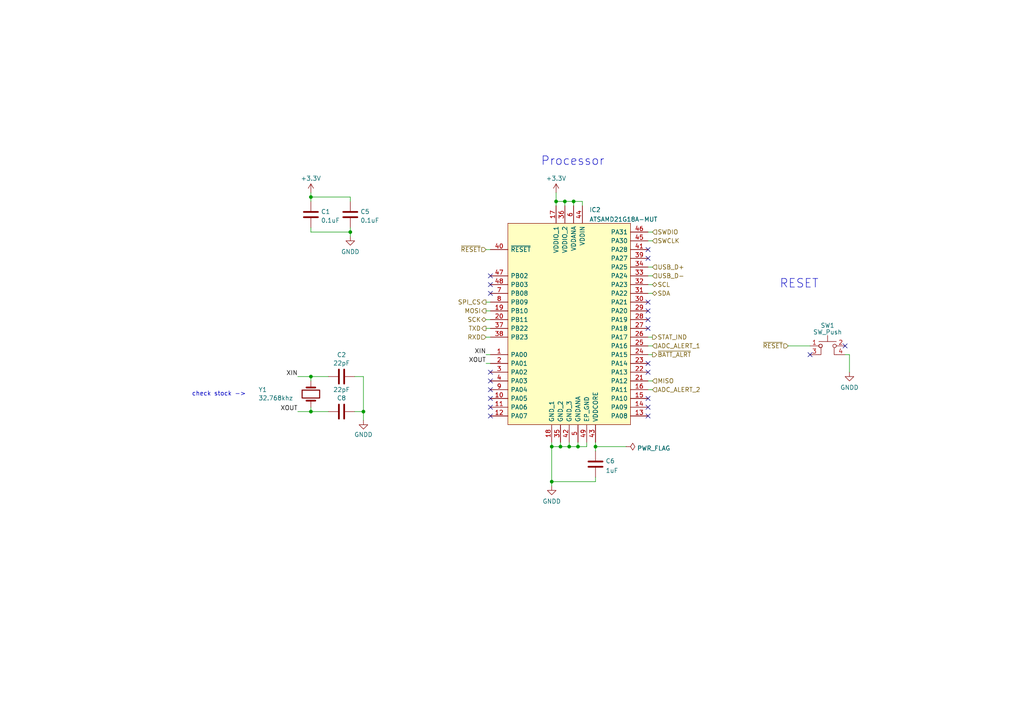
<source format=kicad_sch>
(kicad_sch (version 20231120) (generator "eeschema") (generator_version "8.0")
  (paper "A4")
  (lib_symbols
    (symbol "0.power-symbols:+3.3V" (power) (pin_names (offset 0))
      (property "Value" "+3.3V" (at 0 3.556 0))
      (symbol "+3.3V_0_1"
        (polyline (pts (xy -0.762 1.27) (xy 0 2.54)))
        (polyline (pts (xy 0 0) (xy 0 2.54)))
        (polyline (pts (xy 0 2.54) (xy 0.762 1.27)))
      )
      (symbol "+3.3V_1_1"
        (pin power_in line (at 0 0 90) (length 0) hide (name "+3V3") (number "1"))
      )
    )
    (symbol "0.power-symbols:GNDD" (power) (pin_names (offset 0))
      (property "Value" "GNDD" (at 0 -3.81 0))
      (symbol "GNDD_0_1"
        (polyline (pts (xy 0 0) (xy 0 -1.27) (xy 1.27 -1.27) (xy 0 -2.54) (xy -1.27 -1.27) (xy 0 -1.27)))
      )
      (symbol "GNDD_1_1"
        (pin power_in line (at 0 0 270) (length 0) hide (name "GNDD") (number "1"))
      )
    )
    (symbol "0.power-symbols:PWR_FLAG" (power) (pin_numbers hide) (pin_names (offset 0) hide)
      (property "Value" "PWR_FLAG" (at 0 3.81 0))
      (symbol "PWR_FLAG_0_0"
        (pin power_out line (at 0 0 90) (length 0) (name "pwr") (number "1"))
      )
      (symbol "PWR_FLAG_0_1"
        (polyline (pts (xy 0 0) (xy 0 1.27) (xy -1.016 1.905) (xy 0 2.54) (xy 1.016 1.905) (xy 0 1.27)))
      )
    )
    (symbol "1.semi.embedded_samdx:ATSAMD21G18A-MUT" (pin_names (offset 0.762))
      (property "Reference" "IC2" (at 5.8294 34.3957 0))
      (property "Value" "ATSAMD21G18A-MUT" (at 5.8294 31.6206 0))
      (symbol "ATSAMD21G18A-MUT_0_0"
        (pin passive line (at -22.86 -7.62 0) (length 5.08) (name "PA00") (number "1"))
        (pin passive line (at -22.86 -20.32 0) (length 5.08) (name "PA05") (number "10"))
        (pin passive line (at -22.86 -22.86 0) (length 5.08) (name "PA06") (number "11"))
        (pin passive line (at -22.86 -25.4 0) (length 5.08) (name "PA07") (number "12"))
        (pin passive line (at 22.86 -25.4 180) (length 5.08) (name "PA08") (number "13"))
        (pin passive line (at 22.86 -22.86 180) (length 5.08) (name "PA09") (number "14"))
        (pin passive line (at 22.86 -20.32 180) (length 5.08) (name "PA10") (number "15"))
        (pin passive line (at 22.86 -17.78 180) (length 5.08) (name "PA11") (number "16"))
        (pin power_in line (at -3.81 35.56 270) (length 5.08) (name "VDDIO_1") (number "17"))
        (pin power_in line (at -5.08 -33.02 90) (length 5.08) (name "GND_1") (number "18"))
        (pin passive line (at -22.86 5.08 0) (length 5.08) (name "PB10") (number "19"))
        (pin passive line (at -22.86 -10.16 0) (length 5.08) (name "PA01") (number "2"))
        (pin passive line (at -22.86 2.54 0) (length 5.08) (name "PB11") (number "20"))
        (pin passive line (at 22.86 -15.24 180) (length 5.08) (name "PA12") (number "21"))
        (pin passive line (at 22.86 -12.7 180) (length 5.08) (name "PA13") (number "22"))
        (pin passive line (at 22.86 -10.16 180) (length 5.08) (name "PA14") (number "23"))
        (pin passive line (at 22.86 -7.62 180) (length 5.08) (name "PA15") (number "24"))
        (pin passive line (at 22.86 -5.08 180) (length 5.08) (name "PA16") (number "25"))
        (pin passive line (at 22.86 -2.54 180) (length 5.08) (name "PA17") (number "26"))
        (pin passive line (at 22.86 0 180) (length 5.08) (name "PA18") (number "27"))
        (pin passive line (at 22.86 2.54 180) (length 5.08) (name "PA19") (number "28"))
        (pin passive line (at 22.86 5.08 180) (length 5.08) (name "PA20") (number "29"))
        (pin passive line (at -22.86 -12.7 0) (length 5.08) (name "PA02") (number "3"))
        (pin passive line (at 22.86 7.62 180) (length 5.08) (name "PA21") (number "30"))
        (pin passive line (at 22.86 10.16 180) (length 5.08) (name "PA22") (number "31"))
        (pin passive line (at 22.86 12.7 180) (length 5.08) (name "PA23") (number "32"))
        (pin passive line (at 22.86 15.24 180) (length 5.08) (name "PA24") (number "33"))
        (pin passive line (at 22.86 17.78 180) (length 5.08) (name "PA25") (number "34"))
        (pin power_in line (at -2.54 -33.02 90) (length 5.08) (name "GND_2") (number "35"))
        (pin power_in line (at -1.27 35.56 270) (length 5.08) (name "VDDIO_2") (number "36"))
        (pin passive line (at -22.86 0 0) (length 5.08) (name "PB22") (number "37"))
        (pin passive line (at -22.86 -2.54 0) (length 5.08) (name "PB23") (number "38"))
        (pin passive line (at 22.86 20.32 180) (length 5.08) (name "PA27") (number "39"))
        (pin passive line (at -22.86 -15.24 0) (length 5.08) (name "PA03") (number "4"))
        (pin passive line (at -22.86 22.86 0) (length 5.08) (name "~{RESET}") (number "40"))
        (pin passive line (at 22.86 22.86 180) (length 5.08) (name "PA28") (number "41"))
        (pin power_in line (at 0 -33.02 90) (length 5.08) (name "GND_3") (number "42"))
        (pin power_in line (at 7.62 -33.02 90) (length 5.08) (name "VDDCORE") (number "43"))
        (pin power_in line (at 3.81 35.56 270) (length 5.08) (name "VDDIN") (number "44"))
        (pin passive line (at 22.86 25.4 180) (length 5.08) (name "PA30") (number "45"))
        (pin passive line (at 22.86 27.94 180) (length 5.08) (name "PA31") (number "46"))
        (pin passive line (at -22.86 15.24 0) (length 5.08) (name "PB02") (number "47"))
        (pin passive line (at -22.86 12.7 0) (length 5.08) (name "PB03") (number "48"))
        (pin power_in line (at 5.08 -33.02 90) (length 5.08) (name "EP_GND") (number "49"))
        (pin power_in line (at 2.54 -33.02 90) (length 5.08) (name "GNDANA") (number "5"))
        (pin power_in line (at 1.27 35.56 270) (length 5.08) (name "VDDANA") (number "6"))
        (pin passive line (at -22.86 10.16 0) (length 5.08) (name "PB08") (number "7"))
        (pin passive line (at -22.86 7.62 0) (length 5.08) (name "PB09") (number "8"))
        (pin passive line (at -22.86 -17.78 0) (length 5.08) (name "PA04") (number "9"))
      )
      (symbol "ATSAMD21G18A-MUT_0_1"
        (polyline (pts (xy -17.78 30.48) (xy 17.78 30.48) (xy 17.78 -27.94) (xy -17.78 -27.94) (xy -17.78 30.48)) (stroke (width 0.1524)) (fill (type background)))
      )
    )
    (symbol "2.passive:C" (pin_numbers hide) (pin_names (offset 0.254))
      (property "Reference" "C" (at 0.635 2.54 0))
      (property "Value" "C" (at 0.635 -2.54 0))
      (symbol "C_0_1"
        (polyline (pts (xy -2.032 -0.762) (xy 2.032 -0.762)) (stroke (width 0.508)))
        (polyline (pts (xy -2.032 0.762) (xy 2.032 0.762)) (stroke (width 0.508)))
      )
      (symbol "C_1_1"
        (pin passive line (at 0 3.81 270) (length 2.794) (name "~") (number "1"))
        (pin passive line (at 0 -3.81 90) (length 2.794) (name "~") (number "2"))
      )
    )
    (symbol "2.passive:Crystal" (pin_numbers hide) (pin_names (offset 1.016) hide)
      (property "Reference" "Y" (at 0 3.81 0))
      (property "Value" "Crystal" (at 0 -3.81 0))
      (symbol "Crystal_0_1"
        (rectangle (start -1.143 2.54) (end 1.143 -2.54) (stroke (width 0.3048)))
        (polyline (pts (xy -2.54 0) (xy -1.905 0)))
        (polyline (pts (xy -1.905 -1.27) (xy -1.905 1.27)) (stroke (width 0.508)))
        (polyline (pts (xy 1.905 -1.27) (xy 1.905 1.27)) (stroke (width 0.508)))
        (polyline (pts (xy 2.54 0) (xy 1.905 0)))
      )
      (symbol "Crystal_1_1"
        (pin passive line (at -3.81 0 0) (length 1.27) (name "1") (number "1"))
        (pin passive line (at 3.81 0 180) (length 1.27) (name "2") (number "2"))
      )
    )
    (symbol "3.electromechanical.switch:SW_Push" (pin_names (offset 1.016) hide)
      (property "Reference" "SW" (at 1.27 2.54 0))
      (property "Value" "SW_Push" (at 0 -3.81 0))
      (symbol "SW_Push_0_1"
        (circle (center -2.032 0) (radius 0.508))
        (circle (center -2.032 0) (radius 0.508))
        (polyline (pts (xy 0 1.27) (xy 0 3.048)))
        (polyline (pts (xy 2.54 1.27) (xy -2.54 1.27)))
        (polyline (pts (xy -2.54 -2.54) (xy -1.905 -2.54) (xy -1.905 -0.635)))
        (polyline (pts (xy 2.54 -2.54) (xy 1.905 -2.54) (xy 1.905 -0.635)))
        (circle (center 2.032 0) (radius 0.508))
        (pin input line (at -5.08 0 0) (length 2.54) (name "1") (number "1"))
        (pin input line (at 5.08 0 180) (length 2.54) (name "2") (number "2"))
      )
      (symbol "SW_Push_1_1"
        (pin passive line (at -5.08 -2.54 0) (length 2.54) (name "3") (number "3"))
        (pin passive line (at 5.08 -2.54 180) (length 2.54) (name "4") (number "4"))
      )
    )
  )
  (junction (at 90.17 57.15))
  (junction (at 166.37 58.42))
  (junction (at 161.29 58.42))
  (junction (at 105.41 119.38))
  (junction (at 90.17 109.22))
  (junction (at 160.02 129.54))
  (junction (at 160.02 139.7))
  (junction (at 90.17 119.38))
  (junction (at 162.56 129.54))
  (junction (at 172.72 129.54))
  (junction (at 163.83 58.42))
  (junction (at 101.6 67.31))
  (junction (at 167.64 129.54))
  (junction (at 165.1 129.54))
  (no_connect (at 187.96 115.57))
  (no_connect (at 187.96 92.71))
  (no_connect (at 142.24 85.09))
  (no_connect (at 187.96 87.63))
  (no_connect (at 142.24 107.95))
  (no_connect (at 187.96 74.93))
  (no_connect (at 142.24 110.49))
  (no_connect (at 142.24 113.03))
  (no_connect (at 142.24 120.65))
  (no_connect (at 142.24 118.11))
  (no_connect (at 187.96 120.65))
  (no_connect (at 187.96 90.17))
  (no_connect (at 142.24 82.55))
  (no_connect (at 187.96 95.25))
  (no_connect (at 142.24 80.01))
  (no_connect (at 187.96 105.41))
  (no_connect (at 234.95 102.87))
  (no_connect (at 187.96 118.11))
  (no_connect (at 245.11 100.33))
  (no_connect (at 187.96 72.39))
  (no_connect (at 187.96 107.95))
  (no_connect (at 142.24 115.57))
  (wire (pts (xy 165.1 129.54) (xy 167.64 129.54)))
  (wire (pts (xy 170.18 128.27) (xy 170.18 129.54)))
  (wire (pts (xy 140.97 87.63) (xy 142.24 87.63)))
  (wire (pts (xy 187.96 69.85) (xy 189.23 69.85)))
  (wire (pts (xy 105.41 109.22) (xy 102.87 109.22)))
  (wire (pts (xy 160.02 129.54) (xy 160.02 139.7)))
  (wire (pts (xy 90.17 109.22) (xy 90.17 110.49)))
  (wire (pts (xy 187.96 110.49) (xy 189.23 110.49)))
  (wire (pts (xy 140.97 95.25) (xy 142.24 95.25)))
  (wire (pts (xy 172.72 129.54) (xy 181.61 129.54)))
  (wire (pts (xy 90.17 57.15) (xy 101.6 57.15)))
  (wire (pts (xy 86.36 119.38) (xy 90.17 119.38)))
  (wire (pts (xy 90.17 57.15) (xy 90.17 58.42)))
  (wire (pts (xy 166.37 58.42) (xy 166.37 59.69)))
  (wire (pts (xy 101.6 66.04) (xy 101.6 67.31)))
  (wire (pts (xy 90.17 109.22) (xy 95.25 109.22)))
  (wire (pts (xy 160.02 128.27) (xy 160.02 129.54)))
  (wire (pts (xy 187.96 102.87) (xy 189.23 102.87)))
  (wire (pts (xy 90.17 118.11) (xy 90.17 119.38)))
  (wire (pts (xy 140.97 105.41) (xy 142.24 105.41)))
  (wire (pts (xy 162.56 129.54) (xy 165.1 129.54)))
  (wire (pts (xy 101.6 57.15) (xy 101.6 58.42)))
  (wire (pts (xy 189.23 82.55) (xy 187.96 82.55)))
  (wire (pts (xy 161.29 58.42) (xy 163.83 58.42)))
  (wire (pts (xy 187.96 113.03) (xy 189.23 113.03)))
  (wire (pts (xy 102.87 119.38) (xy 105.41 119.38)))
  (wire (pts (xy 187.96 100.33) (xy 189.23 100.33)))
  (wire (pts (xy 187.96 67.31) (xy 189.23 67.31)))
  (wire (pts (xy 189.23 85.09) (xy 187.96 85.09)))
  (wire (pts (xy 172.72 128.27) (xy 172.72 129.54)))
  (wire (pts (xy 105.41 121.92) (xy 105.41 119.38)))
  (wire (pts (xy 165.1 128.27) (xy 165.1 129.54)))
  (wire (pts (xy 86.36 109.22) (xy 90.17 109.22)))
  (wire (pts (xy 187.96 97.79) (xy 189.23 97.79)))
  (wire (pts (xy 90.17 119.38) (xy 95.25 119.38)))
  (wire (pts (xy 187.96 80.01) (xy 189.23 80.01)))
  (wire (pts (xy 101.6 68.58) (xy 101.6 67.31)))
  (wire (pts (xy 161.29 55.88) (xy 161.29 58.42)))
  (wire (pts (xy 168.91 58.42) (xy 168.91 59.69)))
  (wire (pts (xy 189.23 77.47) (xy 187.96 77.47)))
  (wire (pts (xy 160.02 139.7) (xy 160.02 140.97)))
  (wire (pts (xy 161.29 58.42) (xy 161.29 59.69)))
  (wire (pts (xy 140.97 90.17) (xy 142.24 90.17)))
  (wire (pts (xy 90.17 66.04) (xy 90.17 67.31)))
  (wire (pts (xy 166.37 58.42) (xy 168.91 58.42)))
  (wire (pts (xy 160.02 129.54) (xy 162.56 129.54)))
  (wire (pts (xy 172.72 139.7) (xy 172.72 138.43)))
  (wire (pts (xy 105.41 119.38) (xy 105.41 109.22)))
  (wire (pts (xy 162.56 128.27) (xy 162.56 129.54)))
  (wire (pts (xy 90.17 55.88) (xy 90.17 57.15)))
  (wire (pts (xy 140.97 72.39) (xy 142.24 72.39)))
  (wire (pts (xy 90.17 67.31) (xy 101.6 67.31)))
  (wire (pts (xy 172.72 129.54) (xy 172.72 130.81)))
  (wire (pts (xy 246.38 102.87) (xy 246.38 107.95)))
  (wire (pts (xy 167.64 128.27) (xy 167.64 129.54)))
  (wire (pts (xy 172.72 139.7) (xy 160.02 139.7)))
  (wire (pts (xy 140.97 97.79) (xy 142.24 97.79)))
  (wire (pts (xy 246.38 102.87) (xy 245.11 102.87)))
  (wire (pts (xy 167.64 129.54) (xy 170.18 129.54)))
  (wire (pts (xy 163.83 58.42) (xy 163.83 59.69)))
  (wire (pts (xy 140.97 92.71) (xy 142.24 92.71)))
  (wire (pts (xy 140.97 102.87) (xy 142.24 102.87)))
  (wire (pts (xy 228.6 100.33) (xy 234.95 100.33)))
  (wire (pts (xy 163.83 58.42) (xy 166.37 58.42)))
  (text "check stock ->" (at 63.5 114.3 0) (effects (font (size 1.27 1.27))))
  (text "RESET" (at 226.06 83.82 0) (effects (font (size 2.4892 2.4892)) (justify left bottom)))
  (text "Processor" (at 156.845 48.26 0) (effects (font (size 2.4892 2.4892)) (justify left bottom)))
  (label "XOUT" (at 86.36 119.38 180))
  (label "XIN" (at 86.36 109.22 180))
  (label "XOUT" (at 140.97 105.41 180))
  (label "XIN" (at 140.97 102.87 180))
  (hierarchical_label "MISO" (shape input) (at 189.23 110.49 0))
  (hierarchical_label "RXD" (shape input) (at 140.97 97.79 180))
  (hierarchical_label "STAT_IND" (shape output) (at 189.23 97.79 0))
  (hierarchical_label "TXD" (shape output) (at 140.97 95.25 180))
  (hierarchical_label "~{RESET}" (shape input) (at 228.6 100.33 180))
  (hierarchical_label "SCL" (shape bidirectional) (at 189.23 82.55 0))
  (hierarchical_label "USB_D-" (shape input) (at 189.23 80.01 0))
  (hierarchical_label "SDA" (shape bidirectional) (at 189.23 85.09 0))
  (hierarchical_label "MOSI" (shape output) (at 140.97 90.17 180))
  (hierarchical_label "SWCLK" (shape input) (at 189.23 69.85 0))
  (hierarchical_label "ADC_ALERT_1" (shape input) (at 189.23 100.33 0))
  (hierarchical_label "~{BATT_ALRT}" (shape output) (at 189.23 102.87 0))
  (hierarchical_label "SWDIO" (shape input) (at 189.23 67.31 0))
  (hierarchical_label "SCK" (shape bidirectional) (at 140.97 92.71 180))
  (hierarchical_label "SPI_CS" (shape output) (at 140.97 87.63 180))
  (hierarchical_label "~{RESET}" (shape input) (at 140.97 72.39 180))
  (hierarchical_label "ADC_ALERT_2" (shape input) (at 189.23 113.03 0))
  (hierarchical_label "USB_D+" (shape input) (at 189.23 77.47 0))
  (symbol (lib_id "0.power-symbols:GNDD") (at 160.02 140.97 0) (unit 1)
    (property "Reference" "#PWR08" (effects (hide yes)))
    (property "Value" "GNDD" (at 160.02 145.4134 0))
  )
  (symbol (lib_id "0.power-symbols:GNDD") (at 105.41 121.92 0) (unit 1)
    (property "Reference" "#PWR01" (effects (hide yes)))
    (property "Value" "GNDD" (at 105.41 126.0531 0))
  )
  (symbol (lib_id "0.power-symbols:PWR_FLAG") (at 181.61 129.54 270) (unit 1)
    (property "Reference" "#FLG01" (effects (hide yes)))
    (property "Value" "PWR_FLAG" (at 184.785 130.019 90) (effects (justify left)))
  )
  (symbol (lib_id "3.electromechanical.switch:SW_Push") (at 240.03 100.33 0) (unit 1)
    (property "Reference" "SW1" (at 240.03 94.3991 0))
    (property "Value" "SW_Push" (at 240.03 96.3201 0))
    (property "Footprint" "footprint:TL3365AF180QG" (effects (hide yes)))
    (property "PN" "9,4" (effects (hide yes)))
    (property "MPN" "C2886926" (effects (hide yes)))
  )
  (symbol (lib_id "0.power-symbols:GNDD") (at 101.6 68.58 0) (unit 1)
    (property "Reference" "#PWR07" (effects (hide yes)))
    (property "Value" "GNDD" (at 101.6 73.0234 0))
  )
  (symbol (lib_id "2.passive:C") (at 99.06 119.38 270) (unit 1)
    (property "Reference" "C8" (at 99.06 115.4543 90))
    (property "Value" "22pF" (at 99.06 113.03 90))
    (property "Footprint" "2_Passives_Capacitors_SMD_IPC:C_1005_402_B" (effects (hide yes)))
    (property "Description" "Unpolarized capacitor" (effects (hide yes)))
    (property "PN" "2,15" (effects (hide yes)))
    (property "MPN" "C173271" (effects (hide yes)))
  )
  (symbol (lib_id "0.power-symbols:GNDD") (at 246.38 107.95 0) (unit 1)
    (property "Reference" "#PWR010" (effects (hide yes)))
    (property "Value" "GNDD" (at 246.38 112.3934 0))
  )
  (symbol (lib_id "2.passive:C") (at 172.72 134.62 0) (unit 1)
    (property "Reference" "C6" (at 175.641 133.7115 0) (effects (justify left)))
    (property "Value" "1uF" (at 175.641 136.4866 0) (effects (justify left)))
    (property "Footprint" "2_Passives_Capacitors_SMD_IPC:C_1608_603_B" (effects (hide yes)))
    (property "PN" "2,16" (effects (hide yes)))
    (property "MPN" "C2918499" (effects (hide yes)))
  )
  (symbol (lib_id "2.passive:Crystal") (at 90.17 114.3 90) (unit 1)
    (property "Reference" "Y1" (at 74.93 113.03 90) (effects (justify right)))
    (property "Value" "32.768khz" (at 74.93 115.4543 90) (effects (justify right)))
    (property "Footprint" "footprint:2-smd" (effects (hide yes)))
    (property "Datasheet" "https://ecsxtal.com/store/pdf/ecx-31b.pdf" (effects (hide yes)))
    (property "Description" "Two pin crystal" (effects (hide yes)))
    (property "PN" "7,3" (effects (hide yes)))
  )
  (symbol (lib_id "2.passive:C") (at 101.6 62.23 180) (unit 1)
    (property "Reference" "C5" (at 104.521 61.3953 0) (effects (justify right)))
    (property "Value" "0.1uF" (at 104.521 63.9322 0) (effects (justify right)))
    (property "Footprint" "2_Passives_Capacitors_SMD_IPC:C_1608_603_B" (effects (hide yes)))
    (property "PN" "2,10" (effects (hide yes)))
    (property "MPN" "C2909630" (effects (hide yes)))
  )
  (symbol (lib_id "1.semi.embedded_samdx:ATSAMD21G18A-MUT") (at 165.1 95.25 0) (unit 1)
    (property "Reference" "IC2" (at 170.9294 60.8543 0) (effects (justify left)))
    (property "Value" "ATSAMD21G18A-MUT" (at 170.9294 63.6294 0) (effects (justify left)))
    (property "Footprint" "1_Semi_QFN:QFN50P700X700X90-49N-D" (effects (hide yes)))
    (property "Datasheet" "https://datasheet.datasheetarchive.com/originals/distributors/DKDS41/DSANUWW0026743.pdf" (effects (hide yes)))
    (property "PN" "4,11" (effects (hide yes)))
    (property "MPN" "DIGI" (effects (hide yes)))
  )
  (symbol (lib_id "0.power-symbols:+3.3V") (at 161.29 55.88 0) (unit 1)
    (property "Reference" "#PWR09" (effects (hide yes)))
    (property "Value" "+3.3V" (at 161.29 51.7469 0))
  )
  (symbol (lib_id "2.passive:C") (at 99.06 109.22 270) (unit 1)
    (property "Reference" "C2" (at 99.06 102.9165 90))
    (property "Value" "22pF" (at 99.06 105.3408 90))
    (property "Footprint" "2_Passives_Capacitors_SMD_IPC:C_1005_402_B" (effects (hide yes)))
    (property "Description" "Unpolarized capacitor" (effects (hide yes)))
    (property "PN" "2,15" (effects (hide yes)))
    (property "MPN" "C173271" (effects (hide yes)))
  )
  (symbol (lib_id "0.power-symbols:+3.3V") (at 90.17 55.88 0) (unit 1)
    (property "Reference" "#PWR03" (effects (hide yes)))
    (property "Value" "+3.3V" (at 90.17 51.7469 0))
  )
  (symbol (lib_id "2.passive:C") (at 90.17 62.23 180) (unit 1)
    (property "Reference" "C1" (at 93.091 61.3953 0) (effects (justify right)))
    (property "Value" "0.1uF" (at 93.091 63.9322 0) (effects (justify right)))
    (property "Footprint" "2_Passives_Capacitors_SMD_IPC:C_1608_603_B" (effects (hide yes)))
    (property "PN" "2,10" (effects (hide yes)))
    (property "MPN" "C2909630" (effects (hide yes)))
  )
)
</source>
